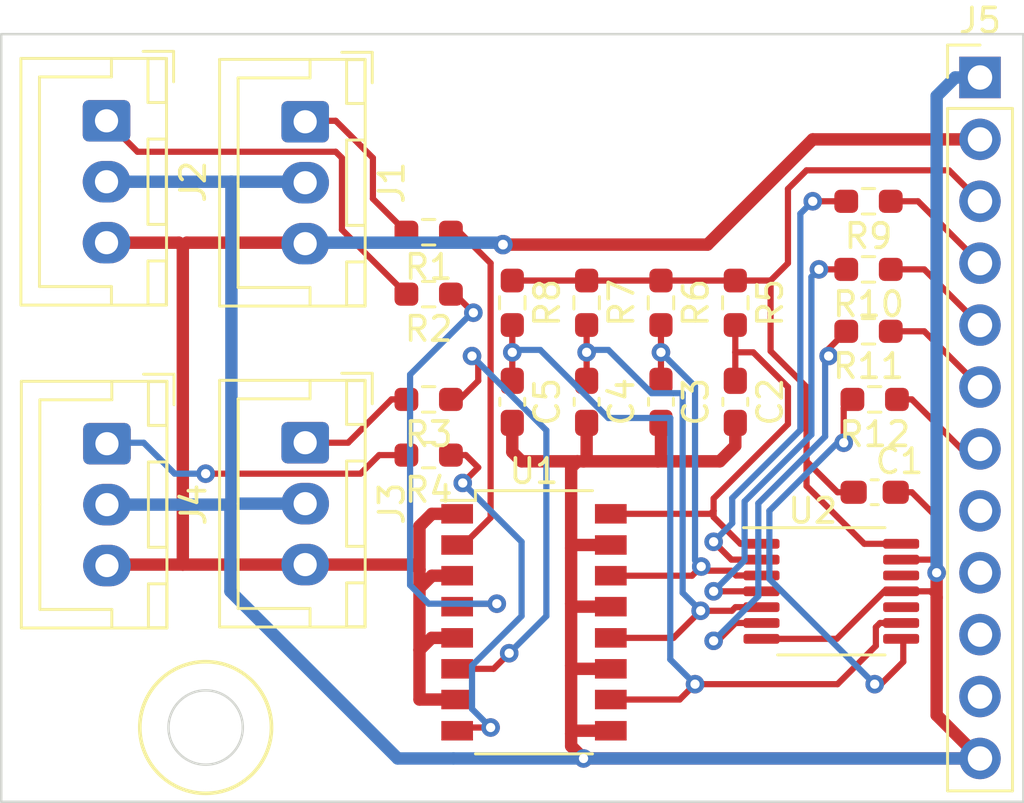
<source format=kicad_pcb>
(kicad_pcb (version 20211014) (generator pcbnew)
  (layers (0 "F.Cu" signal) (31 "B.Cu" signal) (34 "B.Paste" user) (35 "F.Paste" user) (36 "B.SilkS" user "B.Silkscreen") (37 "F.SilkS" user "F.Silkscreen") (38 "B.Mask" user) (39 "F.Mask" user) (44 "Edge.Cuts" user))
  (net 0 "")
  (net 1 "+3V3")
  (net 2 "GND")
  (net 3 "Net-(C2-Pad1)")
  (net 4 "Net-(C3-Pad1)")
  (net 5 "Net-(C4-Pad1)")
  (net 6 "Net-(C5-Pad1)")
  (net 7 "Net-(J1-Pad1)")
  (net 8 "+15V")
  (net 9 "Net-(J2-Pad1)")
  (net 10 "Net-(J3-Pad1)")
  (net 11 "Net-(J4-Pad1)")
  (net 12 "Net-(J5-Pad4)")
  (net 13 "Net-(J5-Pad5)")
  (net 14 "Net-(J5-Pad6)")
  (net 15 "Net-(J5-Pad7)")
  (net 20 "Net-(R1-Pad1)")
  (net 21 "Net-(R2-Pad1)")
  (net 22 "Net-(R3-Pad1)")
  (net 23 "Net-(R4-Pad1)")
  (net 24 "Net-(R9-Pad2)")
  (net 25 "Net-(R10-Pad2)")
  (net 26 "Net-(R11-Pad2)")
  (net 27 "Net-(R12-Pad2)")
  (footprint "Resistor_SMD:R_0603_1608Metric_Pad0.98x0.95mm_HandSolder" (layer "F.Cu") (at 181.102 76.708 180)
    (fp_text reference "R12" (at 0 -1.43) (layer "F.SilkS"))
    (fp_text value "1k" hide)
    (fp_line (start -0.254724 -0.5225) (end 0.254724 -0.5225) (layer "F.SilkS") (width 0.12))
    (fp_line (start -0.254724 0.5225) (end 0.254724 0.5225) (layer "F.SilkS") (width 0.12))
    (pad "1" smd roundrect locked (at -0.9125 0 180) (size 0.975 0.95) (layers "F.Cu" "F.Paste" "F.Mask") (net 15 "Net-(J5-Pad7)"))
    (pad "2" smd roundrect locked (at 0.9125 0 180) (size 0.975 0.95) (layers "F.Cu" "F.Paste" "F.Mask") (net 27 "Net-(R12-Pad2)"))
  )
  (footprint "Package_SO:SOP-16_4.4x10.4mm_P1.27mm" (layer "F.Cu") (at 167.132 85.852)
    (fp_text reference "U1" (at 0 -6.2) (layer "F.SilkS"))
    (fp_text value "LTV-847S")
    (fp_line (start -2.4 -5) (end -3.8 -5) (layer "F.SilkS") (width 0.12))
    (fp_line (start -2.4 -5.4) (end 2.4 -5.4) (layer "F.SilkS") (width 0.12))
    (fp_line (start -2.4 -5.4) (end -2.4 -5) (layer "F.SilkS") (width 0.12))
    (fp_line (start -2.4 5.4) (end 2.4 5.4) (layer "F.SilkS") (width 0.12))
    (pad "1" smd rect locked (at -3.15 -4.45) (size 1.3 0.8) (layers "F.Cu" "F.Paste" "F.Mask") (net 8 "+15V"))
    (pad "2" smd rect locked (at -3.15 -3.17) (size 1.3 0.8) (layers "F.Cu" "F.Paste" "F.Mask") (net 20 "Net-(R1-Pad1)"))
    (pad "3" smd rect locked (at -3.15 -1.91) (size 1.3 0.8) (layers "F.Cu" "F.Paste" "F.Mask") (net 8 "+15V"))
    (pad "4" smd rect locked (at -3.15 -0.64) (size 1.3 0.8) (layers "F.Cu" "F.Paste" "F.Mask") (net 21 "Net-(R2-Pad1)"))
    (pad "5" smd rect locked (at -3.15 0.64) (size 1.3 0.8) (layers "F.Cu" "F.Paste" "F.Mask") (net 8 "+15V"))
    (pad "6" smd rect locked (at -3.15 1.91) (size 1.3 0.8) (layers "F.Cu" "F.Paste" "F.Mask") (net 22 "Net-(R3-Pad1)"))
    (pad "7" smd rect locked (at -3.15 3.17) (size 1.3 0.8) (layers "F.Cu" "F.Paste" "F.Mask") (net 8 "+15V"))
    (pad "8" smd rect locked (at -3.15 4.45) (size 1.3 0.8) (layers "F.Cu" "F.Paste" "F.Mask") (net 23 "Net-(R4-Pad1)"))
    (pad "9" smd rect locked (at 3.15 4.45) (size 1.3 0.8) (layers "F.Cu" "F.Paste" "F.Mask") (net 2 "GND"))
    (pad "10" smd rect locked (at 3.15 3.17) (size 1.3 0.8) (layers "F.Cu" "F.Paste" "F.Mask") (net 6 "Net-(C5-Pad1)"))
    (pad "11" smd rect locked (at 3.15 1.91) (size 1.3 0.8) (layers "F.Cu" "F.Paste" "F.Mask") (net 2 "GND"))
    (pad "12" smd rect locked (at 3.15 0.64) (size 1.3 0.8) (layers "F.Cu" "F.Paste" "F.Mask") (net 5 "Net-(C4-Pad1)"))
    (pad "13" smd rect locked (at 3.15 -0.64) (size 1.3 0.8) (layers "F.Cu" "F.Paste" "F.Mask") (net 2 "GND"))
    (pad "14" smd rect locked (at 3.15 -1.91) (size 1.3 0.8) (layers "F.Cu" "F.Paste" "F.Mask") (net 4 "Net-(C3-Pad1)"))
    (pad "15" smd rect locked (at 3.15 -3.17) (size 1.3 0.8) (layers "F.Cu" "F.Paste" "F.Mask") (net 2 "GND"))
    (pad "16" smd rect locked (at 3.15 -4.45) (size 1.3 0.8) (layers "F.Cu" "F.Paste" "F.Mask") (net 3 "Net-(C2-Pad1)"))
  )
  (footprint "Resistor_SMD:R_0603_1608Metric_Pad0.98x0.95mm_HandSolder" (layer "F.Cu") (at 180.848 68.58 180)
    (fp_text reference "R9" (at 0 -1.43) (layer "F.SilkS"))
    (fp_text value "1k" hide)
    (fp_line (start -0.254724 0.5225) (end 0.254724 0.5225) (layer "F.SilkS") (width 0.12))
    (fp_line (start -0.254724 -0.5225) (end 0.254724 -0.5225) (layer "F.SilkS") (width 0.12))
    (pad "1" smd roundrect locked (at -0.9125 0 180) (size 0.975 0.95) (layers "F.Cu" "F.Paste" "F.Mask") (net 12 "Net-(J5-Pad4)"))
    (pad "2" smd roundrect locked (at 0.9125 0 180) (size 0.975 0.95) (layers "F.Cu" "F.Paste" "F.Mask") (net 24 "Net-(R9-Pad2)"))
  )
  (footprint "Resistor_SMD:R_0603_1608Metric_Pad0.98x0.95mm_HandSolder" (layer "F.Cu") (at 162.814 76.708 180)
    (fp_text reference "R3" (at 0 -1.43) (layer "F.SilkS"))
    (fp_text value "1k" hide)
    (fp_line (start -0.254724 -0.5225) (end 0.254724 -0.5225) (layer "F.SilkS") (width 0.12))
    (fp_line (start -0.254724 0.5225) (end 0.254724 0.5225) (layer "F.SilkS") (width 0.12))
    (pad "1" smd roundrect locked (at -0.9125 0 180) (size 0.975 0.95) (layers "F.Cu" "F.Paste" "F.Mask") (net 22 "Net-(R3-Pad1)"))
    (pad "2" smd roundrect locked (at 0.9125 0 180) (size 0.975 0.95) (layers "F.Cu" "F.Paste" "F.Mask") (net 10 "Net-(J3-Pad1)"))
  )
  (footprint "Connector_JST:JST_XH_B3B-XH-A_1x03_P2.50mm_Vertical" (layer "F.Cu") (at 149.606 65.278 -90)
    (fp_text reference "J2" (at 2.5 -3.55 -90) (layer "F.SilkS"))
    (fp_text value "2" hide)
    (fp_line (start 6.8 -0.2) (end 6.8 2.75) (layer "F.SilkS") (width 0.12))
    (fp_line (start 7.55 -1.7) (end 7.55 -2.45) (layer "F.SilkS") (width 0.12))
    (fp_line (start 0.75 -1.7) (end 4.25 -1.7) (layer "F.SilkS") (width 0.12))
    (fp_line (start -1.6 -2.75) (end -2.85 -2.75) (layer "F.SilkS") (width 0.12))
    (fp_line (start -0.75 -1.7) (end -0.75 -2.45) (layer "F.SilkS") (width 0.12))
    (fp_line (start 7.56 -2.46) (end -2.56 -2.46) (layer "F.SilkS") (width 0.12))
    (fp_line (start 4.25 -1.7) (end 4.25 -2.45) (layer "F.SilkS") (width 0.12))
    (fp_line (start -1.8 2.75) (end 2.5 2.75) (layer "F.SilkS") (width 0.12))
    (fp_line (start -2.56 3.51) (end 7.56 3.51) (layer "F.SilkS") (width 0.12))
    (fp_line (start -2.55 -1.7) (end -0.75 -1.7) (layer "F.SilkS") (width 0.12))
    (fp_line (start 4.25 -2.45) (end 0.75 -2.45) (layer "F.SilkS") (width 0.12))
    (fp_line (start -2.55 -2.45) (end -2.55 -1.7) (layer "F.SilkS") (width 0.12))
    (fp_line (start 5.75 -2.45) (end 5.75 -1.7) (layer "F.SilkS") (width 0.12))
    (fp_line (start -2.55 -0.2) (end -1.8 -0.2) (layer "F.SilkS") (width 0.12))
    (fp_line (start 6.8 2.75) (end 2.5 2.75) (layer "F.SilkS") (width 0.12))
    (fp_line (start 7.55 -2.45) (end 5.75 -2.45) (layer "F.SilkS") (width 0.12))
    (fp_line (start -1.8 -0.2) (end -1.8 2.75) (layer "F.SilkS") (width 0.12))
    (fp_line (start -2.85 -2.75) (end -2.85 -1.5) (layer "F.SilkS") (width 0.12))
    (fp_line (start 5.75 -1.7) (end 7.55 -1.7) (layer "F.SilkS") (width 0.12))
    (fp_line (start -0.75 -2.45) (end -2.55 -2.45) (layer "F.SilkS") (width 0.12))
    (fp_line (start 7.56 3.51) (end 7.56 -2.46) (layer "F.SilkS") (width 0.12))
    (fp_line (start 7.55 -0.2) (end 6.8 -0.2) (layer "F.SilkS") (width 0.12))
    (fp_line (start 0.75 -2.45) (end 0.75 -1.7) (layer "F.SilkS") (width 0.12))
    (fp_line (start -2.56 -2.46) (end -2.56 3.51) (layer "F.SilkS") (width 0.12))
    (pad "1" thru_hole roundrect locked (at 0 0 270) (size 1.7 1.95) (drill 0.95) (layers *.Cu *.Mask) (roundrect_rratio 0.147059) (net 9 "Net-(J2-Pad1)"))
    (pad "2" thru_hole oval locked (at 2.5 0 270) (size 1.7 1.95) (drill 0.95) (layers *.Cu *.Mask) (net 2 "GND"))
    (pad "3" thru_hole oval locked (at 5 0 270) (size 1.7 1.95) (drill 0.95) (layers *.Cu *.Mask) (net 8 "+15V"))
  )
  (footprint "Resistor_SMD:R_0603_1608Metric_Pad0.98x0.95mm_HandSolder" (layer "F.Cu") (at 162.814 78.994 180)
    (fp_text reference "R4" (at 0 -1.43) (layer "F.SilkS"))
    (fp_text value "1k" hide)
    (fp_line (start -0.254724 0.5225) (end 0.254724 0.5225) (layer "F.SilkS") (width 0.12))
    (fp_line (start -0.254724 -0.5225) (end 0.254724 -0.5225) (layer "F.SilkS") (width 0.12))
    (pad "1" smd roundrect locked (at -0.9125 0 180) (size 0.975 0.95) (layers "F.Cu" "F.Paste" "F.Mask") (net 23 "Net-(R4-Pad1)"))
    (pad "2" smd roundrect locked (at 0.9125 0 180) (size 0.975 0.95) (layers "F.Cu" "F.Paste" "F.Mask") (net 11 "Net-(J4-Pad1)"))
  )
  (footprint "Resistor_SMD:R_0603_1608Metric_Pad0.98x0.95mm_HandSolder" (layer "F.Cu") (at 180.848 71.374 180)
    (fp_text reference "R10" (at 0 -1.43) (layer "F.SilkS"))
    (fp_text value "1k" hide)
    (fp_line (start -0.254724 -0.5225) (end 0.254724 -0.5225) (layer "F.SilkS") (width 0.12))
    (fp_line (start -0.254724 0.5225) (end 0.254724 0.5225) (layer "F.SilkS") (width 0.12))
    (pad "1" smd roundrect locked (at -0.9125 0 180) (size 0.975 0.95) (layers "F.Cu" "F.Paste" "F.Mask") (net 13 "Net-(J5-Pad5)"))
    (pad "2" smd roundrect locked (at 0.9125 0 180) (size 0.975 0.95) (layers "F.Cu" "F.Paste" "F.Mask") (net 25 "Net-(R10-Pad2)"))
  )
  (footprint "Package_SO:TSSOP-14_4.4x5mm_P0.65mm" (layer "F.Cu") (at 179.324 84.582)
    (fp_text reference "U2" (at -0.762 -3.302) (layer "F.SilkS"))
    (fp_text value "74HC7014")
    (fp_line (start 0 -2.61) (end 2.2 -2.61) (layer "F.SilkS") (width 0.12))
    (fp_line (start 0 -2.61) (end -3.6 -2.61) (layer "F.SilkS") (width 0.12))
    (fp_line (start 0 2.61) (end 2.2 2.61) (layer "F.SilkS") (width 0.12))
    (fp_line (start 0 2.61) (end -2.2 2.61) (layer "F.SilkS") (width 0.12))
    (pad "1" smd roundrect locked (at -2.8625 -1.95) (size 1.475 0.4) (layers "F.Cu" "F.Paste" "F.Mask") (net 3 "Net-(C2-Pad1)"))
    (pad "2" smd roundrect locked (at -2.8625 -1.3) (size 1.475 0.4) (layers "F.Cu" "F.Paste" "F.Mask") (net 24 "Net-(R9-Pad2)"))
    (pad "3" smd roundrect locked (at -2.8625 -0.65) (size 1.475 0.4) (layers "F.Cu" "F.Paste" "F.Mask") (net 4 "Net-(C3-Pad1)"))
    (pad "4" smd roundrect locked (at -2.8625 0) (size 1.475 0.4) (layers "F.Cu" "F.Paste" "F.Mask") (net 25 "Net-(R10-Pad2)"))
    (pad "5" smd roundrect locked (at -2.8625 0.65) (size 1.475 0.4) (layers "F.Cu" "F.Paste" "F.Mask") (net 5 "Net-(C4-Pad1)"))
    (pad "6" smd roundrect locked (at -2.8625 1.3) (size 1.475 0.4) (layers "F.Cu" "F.Paste" "F.Mask") (net 26 "Net-(R11-Pad2)"))
    (pad "7" smd roundrect locked (at -2.8625 1.95) (size 1.475 0.4) (layers "F.Cu" "F.Paste" "F.Mask") (net 2 "GND"))
    (pad "8" smd roundrect locked (at 2.8625 1.95) (size 1.475 0.4) (layers "F.Cu" "F.Paste" "F.Mask") (net 27 "Net-(R12-Pad2)"))
    (pad "9" smd roundrect locked (at 2.8625 1.3) (size 1.475 0.4) (layers "F.Cu" "F.Paste" "F.Mask") (net 6 "Net-(C5-Pad1)"))
    (pad "10" smd roundrect locked (at 2.8625 0.65) (size 1.475 0.4) (layers "F.Cu" "F.Paste" "F.Mask"))
    (pad "11" smd roundrect locked (at 2.8625 0) (size 1.475 0.4) (layers "F.Cu" "F.Paste" "F.Mask") (net 2 "GND"))
    (pad "12" smd roundrect locked (at 2.8625 -0.65) (size 1.475 0.4) (layers "F.Cu" "F.Paste" "F.Mask"))
    (pad "13" smd roundrect locked (at 2.8625 -1.3) (size 1.475 0.4) (layers "F.Cu" "F.Paste" "F.Mask") (net 2 "GND"))
    (pad "14" smd roundrect locked (at 2.8625 -1.95) (size 1.475 0.4) (layers "F.Cu" "F.Paste" "F.Mask") (net 1 "+3V3"))
  )
  (footprint "Resistor_SMD:R_0603_1608Metric_Pad0.98x0.95mm_HandSolder" (layer "F.Cu") (at 175.387 72.7445 -90)
    (fp_text reference "R5" (at 0 -1.43 90) (layer "F.SilkS"))
    (fp_text value "10k" hide)
    (fp_line (start -0.254724 -0.5225) (end 0.254724 -0.5225) (layer "F.SilkS") (width 0.12))
    (fp_line (start -0.254724 0.5225) (end 0.254724 0.5225) (layer "F.SilkS") (width 0.12))
    (pad "1" smd roundrect locked (at -0.9125 0 270) (size 0.975 0.95) (layers "F.Cu" "F.Paste" "F.Mask") (net 1 "+3V3"))
    (pad "2" smd roundrect locked (at 0.9125 0 270) (size 0.975 0.95) (layers "F.Cu" "F.Paste" "F.Mask") (net 3 "Net-(C2-Pad1)"))
  )
  (footprint "Resistor_SMD:R_0603_1608Metric_Pad0.98x0.95mm_HandSolder" (layer "F.Cu") (at 180.848 73.914 180)
    (fp_text reference "R11" (at 0 -1.43) (layer "F.SilkS"))
    (fp_text value "1k" hide)
    (fp_line (start -0.254724 0.5225) (end 0.254724 0.5225) (layer "F.SilkS") (width 0.12))
    (fp_line (start -0.254724 -0.5225) (end 0.254724 -0.5225) (layer "F.SilkS") (width 0.12))
    (pad "1" smd roundrect locked (at -0.9125 0 180) (size 0.975 0.95) (layers "F.Cu" "F.Paste" "F.Mask") (net 14 "Net-(J5-Pad6)"))
    (pad "2" smd roundrect locked (at 0.9125 0 180) (size 0.975 0.95) (layers "F.Cu" "F.Paste" "F.Mask") (net 26 "Net-(R11-Pad2)"))
  )
  (footprint "Connector_PinHeader_2.54mm:PinHeader_1x12_P2.54mm_Vertical" (layer "F.Cu") (at 185.42 63.5)
    (fp_text reference "J5" (at 0 -2.33) (layer "F.SilkS"))
    (fp_text value "Conn_01x12_Male" hide)
    (fp_line (start -1.33 0) (end -1.33 -1.33) (layer "F.SilkS") (width 0.12))
    (fp_line (start -1.33 1.27) (end 1.33 1.27) (layer "F.SilkS") (width 0.12))
    (fp_line (start -1.33 1.27) (end -1.33 29.27) (layer "F.SilkS") (width 0.12))
    (fp_line (start 1.33 1.27) (end 1.33 29.27) (layer "F.SilkS") (width 0.12))
    (fp_line (start -1.33 -1.33) (end 0 -1.33) (layer "F.SilkS") (width 0.12))
    (fp_line (start -1.33 29.27) (end 1.33 29.27) (layer "F.SilkS") (width 0.12))
    (pad "1" thru_hole rect locked (at 0 0) (size 1.7 1.7) (drill 1) (layers *.Cu *.Mask) (net 2 "GND"))
    (pad "2" thru_hole oval locked (at 0 2.54) (size 1.7 1.7) (drill 1) (layers *.Cu *.Mask) (net 8 "+15V"))
    (pad "3" thru_hole oval locked (at 0 5.08) (size 1.7 1.7) (drill 1) (layers *.Cu *.Mask) (net 1 "+3V3"))
    (pad "4" thru_hole oval locked (at 0 7.62) (size 1.7 1.7) (drill 1) (layers *.Cu *.Mask) (net 12 "Net-(J5-Pad4)"))
    (pad "5" thru_hole oval locked (at 0 10.16) (size 1.7 1.7) (drill 1) (layers *.Cu *.Mask) (net 13 "Net-(J5-Pad5)"))
    (pad "6" thru_hole oval locked (at 0 12.7) (size 1.7 1.7) (drill 1) (layers *.Cu *.Mask) (net 14 "Net-(J5-Pad6)"))
    (pad "7" thru_hole oval locked (at 0 15.24) (size 1.7 1.7) (drill 1) (layers *.Cu *.Mask) (net 15 "Net-(J5-Pad7)"))
    (pad "8" thru_hole oval locked (at 0 17.78) (size 1.7 1.7) (drill 1) (layers *.Cu *.Mask))
    (pad "9" thru_hole oval locked (at 0 20.32) (size 1.7 1.7) (drill 1) (layers *.Cu *.Mask))
    (pad "10" thru_hole oval locked (at 0 22.86) (size 1.7 1.7) (drill 1) (layers *.Cu *.Mask))
    (pad "11" thru_hole oval locked (at 0 25.4) (size 1.7 1.7) (drill 1) (layers *.Cu *.Mask))
    (pad "12" thru_hole oval locked (at 0 27.94) (size 1.7 1.7) (drill 1) (layers *.Cu *.Mask) (net 2 "GND"))
  )
  (footprint "Connector_JST:JST_XH_B3B-XH-A_1x03_P2.50mm_Vertical" (layer "F.Cu") (at 157.751 78.486 -90)
    (fp_text reference "J3" (at 2.5 -3.55 -90) (layer "F.SilkS"))
    (fp_text value "3" hide)
    (fp_line (start -0.75 -2.45) (end -2.55 -2.45) (layer "F.SilkS") (width 0.12))
    (fp_line (start 5.75 -1.7) (end 7.55 -1.7) (layer "F.SilkS") (width 0.12))
    (fp_line (start -1.8 2.75) (end 2.5 2.75) (layer "F.SilkS") (width 0.12))
    (fp_line (start 0.75 -1.7) (end 4.25 -1.7) (layer "F.SilkS") (width 0.12))
    (fp_line (start -2.56 -2.46) (end -2.56 3.51) (layer "F.SilkS") (width 0.12))
    (fp_line (start -1.8 -0.2) (end -1.8 2.75) (layer "F.SilkS") (width 0.12))
    (fp_line (start 7.55 -1.7) (end 7.55 -2.45) (layer "F.SilkS") (width 0.12))
    (fp_line (start 7.56 3.51) (end 7.56 -2.46) (layer "F.SilkS") (width 0.12))
    (fp_line (start 6.8 2.75) (end 2.5 2.75) (layer "F.SilkS") (width 0.12))
    (fp_line (start 7.56 -2.46) (end -2.56 -2.46) (layer "F.SilkS") (width 0.12))
    (fp_line (start 7.55 -0.2) (end 6.8 -0.2) (layer "F.SilkS") (width 0.12))
    (fp_line (start -0.75 -1.7) (end -0.75 -2.45) (layer "F.SilkS") (width 0.12))
    (fp_line (start -2.85 -2.75) (end -2.85 -1.5) (layer "F.SilkS") (width 0.12))
    (fp_line (start -2.55 -0.2) (end -1.8 -0.2) (layer "F.SilkS") (width 0.12))
    (fp_line (start -2.55 -1.7) (end -0.75 -1.7) (layer "F.SilkS") (width 0.12))
    (fp_line (start -2.56 3.51) (end 7.56 3.51) (layer "F.SilkS") (width 0.12))
    (fp_line (start 4.25 -1.7) (end 4.25 -2.45) (layer "F.SilkS") (width 0.12))
    (fp_line (start 0.75 -2.45) (end 0.75 -1.7) (layer "F.SilkS") (width 0.12))
    (fp_line (start 4.25 -2.45) (end 0.75 -2.45) (layer "F.SilkS") (width 0.12))
    (fp_line (start 6.8 -0.2) (end 6.8 2.75) (layer "F.SilkS") (width 0.12))
    (fp_line (start -1.6 -2.75) (end -2.85 -2.75) (layer "F.SilkS") (width 0.12))
    (fp_line (start -2.55 -2.45) (end -2.55 -1.7) (layer "F.SilkS") (width 0.12))
    (fp_line (start 5.75 -2.45) (end 5.75 -1.7) (layer "F.SilkS") (width 0.12))
    (fp_line (start 7.55 -2.45) (end 5.75 -2.45) (layer "F.SilkS") (width 0.12))
    (pad "1" thru_hole roundrect locked (at 0 0 270) (size 1.7 1.95) (drill 0.95) (layers *.Cu *.Mask) (roundrect_rratio 0.147059) (net 10 "Net-(J3-Pad1)"))
    (pad "2" thru_hole oval locked (at 2.5 0 270) (size 1.7 1.95) (drill 0.95) (layers *.Cu *.Mask) (net 2 "GND"))
    (pad "3" thru_hole oval locked (at 5 0 270) (size 1.7 1.95) (drill 0.95) (layers *.Cu *.Mask) (net 8 "+15V"))
  )
  (footprint "Capacitor_SMD:C_0603_1608Metric_Pad1.08x0.95mm_HandSolder" (layer "F.Cu") (at 166.243 76.8085 -90)
    (fp_text reference "C5" (at 0 -1.43 90) (layer "F.SilkS"))
    (fp_text value "100nf" hide)
    (fp_line (start -0.146267 -0.51) (end 0.146267 -0.51) (layer "F.SilkS") (width 0.12))
    (fp_line (start -0.146267 0.51) (end 0.146267 0.51) (layer "F.SilkS") (width 0.12))
    (pad "1" smd roundrect locked (at -0.8625 0 270) (size 1.075 0.95) (layers "F.Cu" "F.Paste" "F.Mask") (net 6 "Net-(C5-Pad1)"))
    (pad "2" smd roundrect locked (at 0.8625 0 270) (size 1.075 0.95) (layers "F.Cu" "F.Paste" "F.Mask") (net 2 "GND"))
  )
  (footprint "Connector_JST:JST_XH_B3B-XH-A_1x03_P2.50mm_Vertical" (layer "F.Cu") (at 157.751 65.318 -90)
    (fp_text reference "J1" (at 2.5 -3.55 -90) (layer "F.SilkS"))
    (fp_text value "1" hide)
    (fp_line (start 7.55 -2.45) (end 5.75 -2.45) (layer "F.SilkS") (width 0.12))
    (fp_line (start 7.55 -0.2) (end 6.8 -0.2) (layer "F.SilkS") (width 0.12))
    (fp_line (start -2.85 -2.75) (end -2.85 -1.5) (layer "F.SilkS") (width 0.12))
    (fp_line (start -1.6 -2.75) (end -2.85 -2.75) (layer "F.SilkS") (width 0.12))
    (fp_line (start -0.75 -1.7) (end -0.75 -2.45) (layer "F.SilkS") (width 0.12))
    (fp_line (start -2.56 3.51) (end 7.56 3.51) (layer "F.SilkS") (width 0.12))
    (fp_line (start 4.25 -1.7) (end 4.25 -2.45) (layer "F.SilkS") (width 0.12))
    (fp_line (start -1.8 -0.2) (end -1.8 2.75) (layer "F.SilkS") (width 0.12))
    (fp_line (start -1.8 2.75) (end 2.5 2.75) (layer "F.SilkS") (width 0.12))
    (fp_line (start -2.55 -2.45) (end -2.55 -1.7) (layer "F.SilkS") (width 0.12))
    (fp_line (start 5.75 -2.45) (end 5.75 -1.7) (layer "F.SilkS") (width 0.12))
    (fp_line (start -2.55 -1.7) (end -0.75 -1.7) (layer "F.SilkS") (width 0.12))
    (fp_line (start 6.8 -0.2) (end 6.8 2.75) (layer "F.SilkS") (width 0.12))
    (fp_line (start 5.75 -1.7) (end 7.55 -1.7) (layer "F.SilkS") (width 0.12))
    (fp_line (start 7.56 -2.46) (end -2.56 -2.46) (layer "F.SilkS") (width 0.12))
    (fp_line (start 4.25 -2.45) (end 0.75 -2.45) (layer "F.SilkS") (width 0.12))
    (fp_line (start -2.55 -0.2) (end -1.8 -0.2) (layer "F.SilkS") (width 0.12))
    (fp_line (start 6.8 2.75) (end 2.5 2.75) (layer "F.SilkS") (width 0.12))
    (fp_line (start 7.55 -1.7) (end 7.55 -2.45) (layer "F.SilkS") (width 0.12))
    (fp_line (start 7.56 3.51) (end 7.56 -2.46) (layer "F.SilkS") (width 0.12))
    (fp_line (start -2.56 -2.46) (end -2.56 3.51) (layer "F.SilkS") (width 0.12))
    (fp_line (start 0.75 -1.7) (end 4.25 -1.7) (layer "F.SilkS") (width 0.12))
    (fp_line (start 0.75 -2.45) (end 0.75 -1.7) (layer "F.SilkS") (width 0.12))
    (fp_line (start -0.75 -2.45) (end -2.55 -2.45) (layer "F.SilkS") (width 0.12))
    (pad "1" thru_hole roundrect locked (at 0 0 270) (size 1.7 1.95) (drill 0.95) (layers *.Cu *.Mask) (roundrect_rratio 0.147059) (net 7 "Net-(J1-Pad1)"))
    (pad "2" thru_hole oval locked (at 2.5 0 270) (size 1.7 1.95) (drill 0.95) (layers *.Cu *.Mask) (net 2 "GND"))
    (pad "3" thru_hole oval locked (at 5 0 270) (size 1.7 1.95) (drill 0.95) (layers *.Cu *.Mask) (net 8 "+15V"))
  )
  (footprint "Resistor_SMD:R_0603_1608Metric_Pad0.98x0.95mm_HandSolder" (layer "F.Cu") (at 162.814 69.85 180)
    (fp_text reference "R1" (at 0 -1.43) (layer "F.SilkS"))
    (fp_text value "1k" hide)
    (fp_line (start -0.254724 -0.5225) (end 0.254724 -0.5225) (layer "F.SilkS") (width 0.12))
    (fp_line (start -0.254724 0.5225) (end 0.254724 0.5225) (layer "F.SilkS") (width 0.12))
    (pad "1" smd roundrect locked (at -0.9125 0 180) (size 0.975 0.95) (layers "F.Cu" "F.Paste" "F.Mask") (net 20 "Net-(R1-Pad1)"))
    (pad "2" smd roundrect locked (at 0.9125 0 180) (size 0.975 0.95) (layers "F.Cu" "F.Paste" "F.Mask") (net 7 "Net-(J1-Pad1)"))
  )
  (footprint "Capacitor_SMD:C_0603_1608Metric_Pad1.08x0.95mm_HandSolder" (layer "F.Cu") (at 172.339 76.8085 -90)
    (fp_text reference "C3" (at 0 -1.43 90) (layer "F.SilkS"))
    (fp_text value "100nf" hide)
    (fp_line (start -0.146267 -0.51) (end 0.146267 -0.51) (layer "F.SilkS") (width 0.12))
    (fp_line (start -0.146267 0.51) (end 0.146267 0.51) (layer "F.SilkS") (width 0.12))
    (pad "1" smd roundrect locked (at -0.8625 0 270) (size 1.075 0.95) (layers "F.Cu" "F.Paste" "F.Mask") (net 4 "Net-(C3-Pad1)"))
    (pad "2" smd roundrect locked (at 0.8625 0 270) (size 1.075 0.95) (layers "F.Cu" "F.Paste" "F.Mask") (net 2 "GND"))
  )
  (footprint "Capacitor_SMD:C_0603_1608Metric_Pad1.08x0.95mm_HandSolder" (layer "F.Cu") (at 175.387 76.8085 -90)
    (fp_text reference "C2" (at 0 -1.43 90) (layer "F.SilkS"))
    (fp_text value "100nf" hide)
    (fp_line (start -0.146267 0.51) (end 0.146267 0.51) (layer "F.SilkS") (width 0.12))
    (fp_line (start -0.146267 -0.51) (end 0.146267 -0.51) (layer "F.SilkS") (width 0.12))
    (pad "1" smd roundrect locked (at -0.8625 0 270) (size 1.075 0.95) (layers "F.Cu" "F.Paste" "F.Mask") (net 3 "Net-(C2-Pad1)"))
    (pad "2" smd roundrect locked (at 0.8625 0 270) (size 1.075 0.95) (layers "F.Cu" "F.Paste" "F.Mask") (net 2 "GND"))
  )
  (footprint "Capacitor_SMD:C_0603_1608Metric_Pad1.08x0.95mm_HandSolder" (layer "F.Cu") (at 181.102 80.518)
    (fp_text reference "C1" (at 1.016 -1.27) (layer "F.SilkS"))
    (fp_text value "100nf" hide)
    (fp_line (start -0.146267 -0.51) (end 0.146267 -0.51) (layer "F.SilkS") (width 0.12))
    (fp_line (start -0.146267 0.51) (end 0.146267 0.51) (layer "F.SilkS") (width 0.12))
    (pad "1" smd roundrect locked (at -0.8625 0) (size 1.075 0.95) (layers "F.Cu" "F.Paste" "F.Mask") (net 1 "+3V3"))
    (pad "2" smd roundrect locked (at 0.8625 0) (size 1.075 0.95) (layers "F.Cu" "F.Paste" "F.Mask") (net 2 "GND"))
  )
  (footprint "Connector_JST:JST_XH_B3B-XH-A_1x03_P2.50mm_Vertical" (layer "F.Cu") (at 149.623 78.526 -90)
    (fp_text reference "J4" (at 2.5 -3.55 90) (layer "F.SilkS"))
    (fp_text value "4" hide)
    (fp_line (start -2.55 -1.7) (end -0.75 -1.7) (layer "F.SilkS") (width 0.12))
    (fp_line (start 0.75 -1.7) (end 4.25 -1.7) (layer "F.SilkS") (width 0.12))
    (fp_line (start 5.75 -2.45) (end 5.75 -1.7) (layer "F.SilkS") (width 0.12))
    (fp_line (start -0.75 -1.7) (end -0.75 -2.45) (layer "F.SilkS") (width 0.12))
    (fp_line (start -1.8 2.75) (end 2.5 2.75) (layer "F.SilkS") (width 0.12))
    (fp_line (start -2.56 -2.46) (end -2.56 3.51) (layer "F.SilkS") (width 0.12))
    (fp_line (start -2.85 -2.75) (end -2.85 -1.5) (layer "F.SilkS") (width 0.12))
    (fp_line (start 7.56 3.51) (end 7.56 -2.46) (layer "F.SilkS") (width 0.12))
    (fp_line (start -0.75 -2.45) (end -2.55 -2.45) (layer "F.SilkS") (width 0.12))
    (fp_line (start -2.55 -0.2) (end -1.8 -0.2) (layer "F.SilkS") (width 0.12))
    (fp_line (start -2.55 -2.45) (end -2.55 -1.7) (layer "F.SilkS") (width 0.12))
    (fp_line (start 7.55 -2.45) (end 5.75 -2.45) (layer "F.SilkS") (width 0.12))
    (fp_line (start 7.55 -0.2) (end 6.8 -0.2) (layer "F.SilkS") (width 0.12))
    (fp_line (start 0.75 -2.45) (end 0.75 -1.7) (layer "F.SilkS") (width 0.12))
    (fp_line (start 7.55 -1.7) (end 7.55 -2.45) (layer "F.SilkS") (width 0.12))
    (fp_line (start 6.8 2.75) (end 2.5 2.75) (layer "F.SilkS") (width 0.12))
    (fp_line (start -1.8 -0.2) (end -1.8 2.75) (layer "F.SilkS") (width 0.12))
    (fp_line (start 7.56 -2.46) (end -2.56 -2.46) (layer "F.SilkS") (width 0.12))
    (fp_line (start -2.56 3.51) (end 7.56 3.51) (layer "F.SilkS") (width 0.12))
    (fp_line (start 4.25 -2.45) (end 0.75 -2.45) (layer "F.SilkS") (width 0.12))
    (fp_line (start 4.25 -1.7) (end 4.25 -2.45) (layer "F.SilkS") (width 0.12))
    (fp_line (start 5.75 -1.7) (end 7.55 -1.7) (layer "F.SilkS") (width 0.12))
    (fp_line (start -1.6 -2.75) (end -2.85 -2.75) (layer "F.SilkS") (width 0.12))
    (fp_line (start 6.8 -0.2) (end 6.8 2.75) (layer "F.SilkS") (width 0.12))
    (pad "1" thru_hole roundrect locked (at 0 0 270) (size 1.7 1.95) (drill 0.95) (layers *.Cu *.Mask) (roundrect_rratio 0.147059) (net 11 "Net-(J4-Pad1)"))
    (pad "2" thru_hole oval locked (at 2.5 0 270) (size 1.7 1.95) (drill 0.95) (layers *.Cu *.Mask) (net 2 "GND"))
    (pad "3" thru_hole oval locked (at 5 0 270) (size 1.7 1.95) (drill 0.95) (layers *.Cu *.Mask) (net 8 "+15V"))
  )
  (footprint "Resistor_SMD:R_0603_1608Metric_Pad0.98x0.95mm_HandSolder" (layer "F.Cu") (at 172.339 72.7445 -90)
    (fp_text reference "R6" (at 0 -1.43 90) (layer "F.SilkS"))
    (fp_text value "10k" hide)
    (fp_line (start -0.254724 -0.5225) (end 0.254724 -0.5225) (layer "F.SilkS") (width 0.12))
    (fp_line (start -0.254724 0.5225) (end 0.254724 0.5225) (layer "F.SilkS") (width 0.12))
    (pad "1" smd roundrect locked (at -0.9125 0 270) (size 0.975 0.95) (layers "F.Cu" "F.Paste" "F.Mask") (net 1 "+3V3"))
    (pad "2" smd roundrect locked (at 0.9125 0 270) (size 0.975 0.95) (layers "F.Cu" "F.Paste" "F.Mask") (net 4 "Net-(C3-Pad1)"))
  )
  (footprint "Resistor_SMD:R_0603_1608Metric_Pad0.98x0.95mm_HandSolder" (layer "F.Cu") (at 166.243 72.7445 -90)
    (fp_text reference "R8" (at 0 -1.43 90) (layer "F.SilkS"))
    (fp_text value "10k" hide)
    (fp_line (start -0.254724 0.5225) (end 0.254724 0.5225) (layer "F.SilkS") (width 0.12))
    (fp_line (start -0.254724 -0.5225) (end 0.254724 -0.5225) (layer "F.SilkS") (width 0.12))
    (pad "1" smd roundrect locked (at -0.9125 0 270) (size 0.975 0.95) (layers "F.Cu" "F.Paste" "F.Mask") (net 1 "+3V3"))
    (pad "2" smd roundrect locked (at 0.9125 0 270) (size 0.975 0.95) (layers "F.Cu" "F.Paste" "F.Mask") (net 6 "Net-(C5-Pad1)"))
  )
  (footprint "Capacitor_SMD:C_0603_1608Metric_Pad1.08x0.95mm_HandSolder" (layer "F.Cu") (at 169.291 76.8085 -90)
    (fp_text reference "C4" (at 0 -1.43 90) (layer "F.SilkS"))
    (fp_text value "100nf" hide)
    (fp_line (start -0.146267 -0.51) (end 0.146267 -0.51) (layer "F.SilkS") (width 0.12))
    (fp_line (start -0.146267 0.51) (end 0.146267 0.51) (layer "F.SilkS") (width 0.12))
    (pad "1" smd roundrect locked (at -0.8625 0 270) (size 1.075 0.95) (layers "F.Cu" "F.Paste" "F.Mask") (net 5 "Net-(C4-Pad1)"))
    (pad "2" smd roundrect locked (at 0.8625 0 270) (size 1.075 0.95) (layers "F.Cu" "F.Paste" "F.Mask") (net 2 "GND"))
  )
  (footprint "Resistor_SMD:R_0603_1608Metric_Pad0.98x0.95mm_HandSolder" (layer "F.Cu") (at 162.814 72.39 180)
    (fp_text reference "R2" (at 0 -1.43) (layer "F.SilkS"))
    (fp_text value "1k" hide)
    (fp_line (start -0.254724 0.5225) (end 0.254724 0.5225) (layer "F.SilkS") (width 0.12))
    (fp_line (start -0.254724 -0.5225) (end 0.254724 -0.5225) (layer "F.SilkS") (width 0.12))
    (pad "1" smd roundrect locked (at -0.9125 0 180) (size 0.975 0.95) (layers "F.Cu" "F.Paste" "F.Mask") (net 21 "Net-(R2-Pad1)"))
    (pad "2" smd roundrect locked (at 0.9125 0 180) (size 0.975 0.95) (layers "F.Cu" "F.Paste" "F.Mask") (net 9 "Net-(J2-Pad1)"))
  )
  (footprint "Resistor_SMD:R_0603_1608Metric_Pad0.98x0.95mm_HandSolder" (layer "F.Cu") (at 169.291 72.7445 -90)
    (fp_text reference "R7" (at 0 -1.43 90) (layer "F.SilkS"))
    (fp_text value "10k" hide)
    (fp_line (start -0.254724 0.5225) (end 0.254724 0.5225) (layer "F.SilkS") (width 0.12))
    (fp_line (start -0.254724 -0.5225) (end 0.254724 -0.5225) (layer "F.SilkS") (width 0.12))
    (pad "1" smd roundrect locked (at -0.9125 0 270) (size 0.975 0.95) (layers "F.Cu" "F.Paste" "F.Mask") (net 1 "+3V3"))
    (pad "2" smd roundrect locked (at 0.9125 0 270) (size 0.975 0.95) (layers "F.Cu" "F.Paste" "F.Mask") (net 5 "Net-(C4-Pad1)"))
  )
  (gr_circle (center 153.67 90.17) (end 155.448 88.138) (layer "F.SilkS") (width 0.15) (fill none))
  (gr_rect (start 187.198 61.722) (end 145.288 93.218) (layer "Edge.Cuts") (width 0.1) (fill none))
  (gr_circle (center 153.67 90.17) (end 155.194 90.17) (layer "Edge.Cuts") (width 0.1) (fill none))
  (segment (start 177.546 68.072) (end 178.308 67.31) (width 0.254) (layer "F.Cu") (net 1))
  (segment (start 178.308 80.264) (end 180.676 82.632) (width 0.254) (layer "F.Cu") (net 1))
  (segment (start 178.308 79.248) (end 178.308 80.264) (width 0.254) (layer "F.Cu") (net 1))
  (segment (start 177.546 71.12) (end 177.546 68.072) (width 0.254) (layer "F.Cu") (net 1))
  (segment (start 178.308 67.31) (end 184.15 67.31) (width 0.254) (layer "F.Cu") (net 1))
  (segment (start 180.676 82.632) (end 182.1865 82.632) (width 0.254) (layer "F.Cu") (net 1))
  (segment (start 176.834 74.726) (end 178.308 76.2) (width 0.254) (layer "F.Cu") (net 1))
  (segment (start 175.387 71.832) (end 172.339 71.832) (width 0.254) (layer "F.Cu") (net 1))
  (segment (start 176.834 71.832) (end 176.834 74.726) (width 0.254) (layer "F.Cu") (net 1))
  (segment (start 179.578 80.518) (end 180.2395 80.518) (width 0.254) (layer "F.Cu") (net 1))
  (segment (start 178.308 76.2) (end 178.308 79.248) (width 0.254) (layer "F.Cu") (net 1))
  (segment (start 169.291 71.832) (end 172.339 71.832) (width 0.254) (layer "F.Cu") (net 1))
  (segment (start 175.387 71.832) (end 176.834 71.832) (width 0.254) (layer "F.Cu") (net 1))
  (segment (start 178.308 79.248) (end 179.578 80.518) (width 0.254) (layer "F.Cu") (net 1))
  (segment (start 166.243 71.832) (end 169.291 71.832) (width 0.254) (layer "F.Cu") (net 1))
  (segment (start 184.15 67.31) (end 185.42 68.58) (width 0.254) (layer "F.Cu") (net 1))
  (segment (start 176.834 71.832) (end 177.546 71.12) (width 0.254) (layer "F.Cu") (net 1))
  (segment (start 179.54581 86.532) (end 181.49581 84.582) (width 0.254) (layer "F.Cu") (net 2))
  (segment (start 172.339 79.121) (end 172.212 79.248) (width 0.508) (layer "F.Cu") (net 2))
  (segment (start 183.642 83.312) (end 183.642 83.566) (width 0.254) (layer "F.Cu") (net 2))
  (segment (start 169.291 79.121) (end 169.164 79.248) (width 0.508) (layer "F.Cu") (net 2))
  (segment (start 168.656 79.502) (end 168.91 79.248) (width 0.508) (layer "F.Cu") (net 2))
  (segment (start 185.42 91.44) (end 183.642 89.662) (width 0.508) (layer "F.Cu") (net 2))
  (segment (start 168.778 82.682) (end 170.282 82.682) (width 0.508) (layer "F.Cu") (net 2))
  (segment (start 176.4615 86.532) (end 176.104 86.532) (width 0.254) (layer "F.Cu") (net 2))
  (segment (start 168.656 90.424) (end 168.656 87.63) (width 0.508) (layer "F.Cu") (net 2))
  (segment (start 168.778 90.302) (end 170.282 90.302) (width 0.508) (layer "F.Cu") (net 2))
  (segment (start 169.164 91.44) (end 168.656 90.932) (width 0.508) (layer "F.Cu") (net 2))
  (segment (start 168.91 79.248) (end 169.164 79.248) (width 0.508) (layer "F.Cu") (net 2))
  (segment (start 176.4615 86.532) (end 179.54581 86.532) (width 0.254) (layer "F.Cu") (net 2))
  (segment (start 183.642 89.662) (end 183.642 84.836) (width 0.508) (layer "F.Cu") (net 2))
  (segment (start 181.49581 84.582) (end 182.1865 84.582) (width 0.254) (layer "F.Cu") (net 2))
  (segment (start 166.624 79.248) (end 168.91 79.248) (width 0.508) (layer "F.Cu") (net 2))
  (segment (start 175.387 78.613) (end 175.387 77.671) (width 0.508) (layer "F.Cu") (net 2))
  (segment (start 168.656 82.804) (end 168.656 79.502) (width 0.508) (layer "F.Cu") (net 2))
  (segment (start 174.752 79.248) (end 175.387 78.613) (width 0.508) (layer "F.Cu") (net 2))
  (segment (start 181.9645 80.518) (end 182.626 80.518) (width 0.254) (layer "F.Cu") (net 2))
  (segment (start 169.164 79.248) (end 172.212 79.248) (width 0.508) (layer "F.Cu") (net 2))
  (segment (start 166.243 77.671) (end 166.243 78.867) (width 0.508) (layer "F.Cu") (net 2))
  (segment (start 182.626 80.518) (end 183.642 81.534) (width 0.254) (layer "F.Cu") (net 2))
  (segment (start 168.656 85.09) (end 168.778 85.212) (width 0.508) (layer "F.Cu") (net 2))
  (segment (start 168.656 85.09) (end 168.656 82.804) (width 0.508) (layer "F.Cu") (net 2))
  (segment (start 166.243 78.867) (end 166.624 79.248) (width 0.508) (layer "F.Cu") (net 2))
  (segment (start 168.788 87.762) (end 170.282 87.762) (width 0.508) (layer "F.Cu") (net 2))
  (segment (start 172.212 79.248) (end 174.752 79.248) (width 0.508) (layer "F.Cu") (net 2))
  (segment (start 168.656 87.63) (end 168.788 87.762) (width 0.508) (layer "F.Cu") (net 2))
  (segment (start 168.656 87.63) (end 168.656 85.09) (width 0.508) (layer "F.Cu") (net 2))
  (segment (start 168.778 85.212) (end 170.282 85.212) (width 0.508) (layer "F.Cu") (net 2))
  (segment (start 168.656 90.424) (end 168.778 90.302) (width 0.508) (layer "F.Cu") (net 2))
  (segment (start 182.2165 83.312) (end 182.1865 83.282) (width 0.254) (layer "F.Cu") (net 2))
  (segment (start 172.339 77.671) (end 172.339 79.121) (width 0.508) (layer "F.Cu") (net 2))
  (segment (start 185.42 91.44) (end 169.164 91.44) (width 0.508) (layer "F.Cu") (net 2))
  (segment (start 183.642 84.836) (end 183.642 83.566) (width 0.508) (layer "F.Cu") (net 2))
  (segment (start 183.642 81.534) (end 183.642 83.312) (width 0.254) (layer "F.Cu") (net 2))
  (segment (start 183.612 83.282) (end 183.642 83.312) (width 0.254) (layer "F.Cu") (net 2))
  (segment (start 168.656 82.804) (end 168.778 82.682) (width 0.508) (layer "F.Cu") (net 2))
  (segment (start 169.291 77.671) (end 169.291 79.121) (width 0.508) (layer "F.Cu") (net 2))
  (segment (start 168.656 90.932) (end 168.656 90.424) (width 0.508) (layer "F.Cu") (net 2))
  (segment (start 182.1865 84.582) (end 183.388 84.582) (width 0.254) (layer "F.Cu") (net 2))
  (segment (start 182.1865 83.282) (end 183.612 83.282) (width 0.254) (layer "F.Cu") (net 2))
  (segment (start 183.388 84.582) (end 183.642 84.836) (width 0.254) (layer "F.Cu") (net 2))
  (via (at 183.642 83.82) (size 0.76) (drill 0.38) (layers "F.Cu" "B.Cu") (net 2))
  (via (at 169.164 91.44) (size 0.76) (drill 0.38) (layers "F.Cu" "B.Cu") (net 2))
  (segment (start 184.404 63.5) (end 183.642 64.262) (width 0.508) (layer "B.Cu") (net 2))
  (segment (start 154.726 67.858) (end 154.686 67.818) (width 0.508) (layer "B.Cu") (net 2))
  (segment (start 163.83 91.44) (end 185.42 91.44) (width 0.508) (layer "B.Cu") (net 2))
  (segment (start 154.686 81.026) (end 149.623 81.026) (width 0.508) (layer "B.Cu") (net 2))
  (segment (start 154.726 80.986) (end 154.726 67.858) (width 0.508) (layer "B.Cu") (net 2))
  (segment (start 154.726 80.986) (end 154.686 81.026) (width 0.508) (layer "B.Cu") (net 2))
  (segment (start 185.42 63.5) (end 184.404 63.5) (width 0.508) (layer "B.Cu") (net 2))
  (segment (start 154.726 80.986) (end 157.751 80.986) (width 0.508) (layer "B.Cu") (net 2))
  (segment (start 163.83 91.44) (end 161.544 91.44) (width 0.508) (layer "B.Cu") (net 2))
  (segment (start 154.726 67.778) (end 149.606 67.778) (width 0.508) (layer "B.Cu") (net 2))
  (segment (start 154.686 84.582) (end 154.686 81.026) (width 0.508) (layer "B.Cu") (net 2))
  (segment (start 154.726 67.778) (end 157.751 67.778) (width 0.508) (layer "B.Cu") (net 2))
  (segment (start 161.544 91.44) (end 154.686 84.582) (width 0.508) (layer "B.Cu") (net 2))
  (segment (start 154.686 67.818) (end 154.726 67.778) (width 0.508) (layer "B.Cu") (net 2))
  (segment (start 183.642 64.262) (end 183.642 83.82) (width 0.508) (layer "B.Cu") (net 2))
  (segment (start 175.387 74.7765) (end 176.1225 74.7765) (width 0.254) (layer "F.Cu") (net 3))
  (segment (start 174.498 81.534) (end 175.596 82.632) (width 0.254) (layer "F.Cu") (net 3))
  (segment (start 177.546 77.724) (end 174.498 80.772) (width 0.254) (layer "F.Cu") (net 3))
  (segment (start 175.596 82.632) (end 176.374 82.632) (width 0.254) (layer "F.Cu") (net 3))
  (segment (start 170.282 81.402) (end 174.376 81.402) (width 0.254) (layer "F.Cu") (net 3))
  (segment (start 177.546 76.2) (end 177.546 77.724) (width 0.254) (layer "F.Cu") (net 3))
  (segment (start 174.376 81.402) (end 174.498 81.28) (width 0.254) (layer "F.Cu") (net 3))
  (segment (start 174.498 81.28) (end 174.498 81.534) (width 0.254) (layer "F.Cu") (net 3))
  (segment (start 175.387 74.7765) (end 175.387 75.946) (width 0.254) (layer "F.Cu") (net 3))
  (segment (start 175.387 73.657) (end 175.387 74.7765) (width 0.254) (layer "F.Cu") (net 3))
  (segment (start 176.1225 74.7765) (end 177.546 76.2) (width 0.254) (layer "F.Cu") (net 3))
  (segment (start 174.498 80.772) (end 174.498 81.28) (width 0.254) (layer "F.Cu") (net 3))
  (segment (start 173.99 83.566) (end 174.15952 83.73552) (width 0.254) (layer "F.Cu") (net 4))
  (segment (start 172.339 74.7765) (end 172.339 75.946) (width 0.254) (layer "F.Cu") (net 4))
  (segment (start 175.219031 83.73552) (end 175.415511 83.932) (width 0.254) (layer "F.Cu") (net 4))
  (segment (start 170.282 83.942) (end 173.614 83.942) (width 0.254) (layer "F.Cu") (net 4))
  (segment (start 174.15952 83.73552) (end 175.219031 83.73552) (width 0.254) (layer "F.Cu") (net 4))
  (segment (start 172.339 73.657) (end 172.339 74.7765) (width 0.254) (layer "F.Cu") (net 4))
  (segment (start 175.415511 83.932) (end 176.374 83.932) (width 0.254) (layer "F.Cu") (net 4))
  (segment (start 173.614 83.942) (end 173.99 83.566) (width 0.254) (layer "F.Cu") (net 4))
  (via (at 173.99 83.566) (size 0.76) (drill 0.38) (layers "F.Cu" "B.Cu") (net 4))
  (via (at 172.339 74.7765) (size 0.76) (drill 0.38) (layers "F.Cu" "B.Cu") (net 4))
  (segment (start 172.339 74.7765) (end 173.736 76.1735) (width 0.254) (layer "B.Cu") (net 4))
  (segment (start 173.736 83.312) (end 173.99 83.566) (width 0.254) (layer "B.Cu") (net 4))
  (segment (start 173.736 76.1735) (end 173.736 83.312) (width 0.254) (layer "B.Cu") (net 4))
  (segment (start 172.854118 86.492) (end 173.965764 85.380354) (width 0.254) (layer "F.Cu") (net 5))
  (segment (start 175.395 85.232) (end 175.246646 85.380354) (width 0.254) (layer "F.Cu") (net 5))
  (segment (start 176.374 85.232) (end 175.395 85.232) (width 0.254) (layer "F.Cu") (net 5))
  (segment (start 170.282 86.492) (end 172.854118 86.492) (width 0.254) (layer "F.Cu") (net 5))
  (segment (start 169.291 73.657) (end 169.291 74.7765) (width 0.254) (layer "F.Cu") (net 5))
  (segment (start 175.246646 85.380354) (end 173.965764 85.380354) (width 0.254) (layer "F.Cu") (net 5))
  (segment (start 169.291 74.7765) (end 169.291 75.946) (width 0.254) (layer "F.Cu") (net 5))
  (via (at 169.291 74.7765) (size 0.76) (drill 0.38) (layers "F.Cu" "B.Cu") (net 5))
  (via (at 173.965764 85.380354) (size 0.76) (drill 0.38) (layers "F.Cu" "B.Cu") (net 5))
  (segment (start 173.228 84.64259) (end 173.228 76.454) (width 0.254) (layer "B.Cu") (net 5))
  (segment (start 170.18 74.676) (end 169.3915 74.676) (width 0.254) (layer "B.Cu") (net 5))
  (segment (start 173.228 76.454) (end 171.958 76.454) (width 0.254) (layer "B.Cu") (net 5))
  (segment (start 171.958 76.454) (end 170.18 74.676) (width 0.254) (layer "B.Cu") (net 5))
  (segment (start 173.965764 85.380354) (end 173.228 84.64259) (width 0.254) (layer "B.Cu") (net 5))
  (segment (start 169.3915 74.676) (end 169.291 74.7765) (width 0.254) (layer "B.Cu") (net 5))
  (segment (start 166.243 73.657) (end 166.243 74.7765) (width 0.254) (layer "F.Cu") (net 6))
  (segment (start 181.320978 85.882) (end 182.274 85.882) (width 0.254) (layer "F.Cu") (net 6))
  (segment (start 179.578 88.392) (end 181.150511 86.819489) (width 0.254) (layer "F.Cu") (net 6))
  (segment (start 166.243 74.7765) (end 166.243 75.946) (width 0.254) (layer "F.Cu") (net 6))
  (segment (start 181.150511 86.819489) (end 181.150511 86.052467) (width 0.254) (layer "F.Cu") (net 6))
  (segment (start 173.106 89.022) (end 173.736 88.392) (width 0.254) (layer "F.Cu") (net 6))
  (segment (start 170.282 89.022) (end 173.106 89.022) (width 0.254) (layer "F.Cu") (net 6))
  (segment (start 181.150511 86.052467) (end 181.320978 85.882) (width 0.254) (layer "F.Cu") (net 6))
  (segment (start 173.736 88.392) (end 179.578 88.392) (width 0.254) (layer "F.Cu") (net 6))
  (via (at 173.736 88.392) (size 0.76) (drill 0.38) (layers "F.Cu" "B.Cu") (net 6))
  (via (at 166.243 74.7765) (size 0.76) (drill 0.38) (layers "F.Cu" "B.Cu") (net 6))
  (segment (start 173.736 88.392) (end 172.72 87.376) (width 0.254) (layer "B.Cu") (net 6))
  (segment (start 166.3435 74.676) (end 166.243 74.7765) (width 0.254) (layer "B.Cu") (net 6))
  (segment (start 170.18 77.47) (end 167.386 74.676) (width 0.254) (layer "B.Cu") (net 6))
  (segment (start 172.72 77.47) (end 170.18 77.47) (width 0.254) (layer "B.Cu") (net 6))
  (segment (start 172.72 87.376) (end 172.72 77.47) (width 0.254) (layer "B.Cu") (net 6))
  (segment (start 167.386 74.676) (end 166.3435 74.676) (width 0.254) (layer "B.Cu") (net 6))
  (segment (start 159.004 65.278) (end 157.751 65.278) (width 0.254) (layer "F.Cu") (net 7))
  (segment (start 161.9015 69.85) (end 160.528 68.4765) (width 0.254) (layer "F.Cu") (net 7))
  (segment (start 160.528 68.4765) (end 160.528 66.802) (width 0.254) (layer "F.Cu") (net 7))
  (segment (start 160.528 66.802) (end 159.004 65.278) (width 0.254) (layer "F.Cu") (net 7))
  (segment (start 162.438 86.99) (end 162.936 86.492) (width 0.508) (layer "F.Cu") (net 8))
  (segment (start 162.946 81.402) (end 163.982 81.402) (width 0.508) (layer "F.Cu") (net 8))
  (segment (start 162.438 84.45) (end 162.946 83.942) (width 0.508) (layer "F.Cu") (net 8))
  (segment (start 162.438 84.45) (end 162.438 83.688) (width 0.508) (layer "F.Cu") (net 8))
  (segment (start 152.574 70.278) (end 149.606 70.278) (width 0.508) (layer "F.Cu") (net 8))
  (segment (start 152.734 70.438) (end 152.894 70.278) (width 0.508) (layer "F.Cu") (net 8))
  (segment (start 185.42 66.04) (end 178.562 66.04) (width 0.508) (layer "F.Cu") (net 8))
  (segment (start 152.734 83.486) (end 152.734 70.438) (width 0.508) (layer "F.Cu") (net 8))
  (segment (start 162.438 81.91) (end 162.946 81.402) (width 0.508) (layer "F.Cu") (net 8))
  (segment (start 162.438 83.688) (end 162.236 83.486) (width 0.508) (layer "F.Cu") (net 8))
  (segment (start 162.438 89.022) (end 162.438 86.99) (width 0.508) (layer "F.Cu") (net 8))
  (segment (start 152.894 70.278) (end 157.751 70.278) (width 0.508) (layer "F.Cu") (net 8))
  (segment (start 162.56 81.788) (end 162.438 81.91) (width 0.508) (layer "F.Cu") (net 8))
  (segment (start 157.751 83.486) (end 152.734 83.486) (width 0.508) (layer "F.Cu") (net 8))
  (segment (start 149.663 83.486) (end 149.623 83.526) (width 0.508) (layer "F.Cu") (net 8))
  (segment (start 152.734 70.438) (end 152.574 70.278) (width 0.508) (layer "F.Cu") (net 8))
  (segment (start 174.244 70.358) (end 165.862 70.358) (width 0.508) (layer "F.Cu") (net 8))
  (segment (start 162.236 83.486) (end 157.751 83.486) (width 0.508) (layer "F.Cu") (net 8))
  (segment (start 152.734 83.486) (end 149.663 83.486) (width 0.508) (layer "F.Cu") (net 8))
  (segment (start 162.936 86.492) (end 163.982 86.492) (width 0.508) (layer "F.Cu") (net 8))
  (segment (start 178.562 66.04) (end 174.244 70.358) (width 0.508) (layer "F.Cu") (net 8))
  (segment (start 162.438 86.99) (end 162.438 84.45) (width 0.508) (layer "F.Cu") (net 8))
  (segment (start 162.946 83.942) (end 163.982 83.942) (width 0.508) (layer "F.Cu") (net 8))
  (segment (start 162.438 83.688) (end 162.438 81.91) (width 0.508) (layer "F.Cu") (net 8))
  (segment (start 162.438 89.022) (end 163.982 89.022) (width 0.508) (layer "F.Cu") (net 8))
  (via (at 165.862 70.358) (size 0.8) (drill 0.4) (layers "F.Cu" "B.Cu") (net 8))
  (segment (start 165.782 70.278) (end 157.751 70.278) (width 0.508) (layer "B.Cu") (net 8))
  (segment (start 165.862 70.358) (end 165.782 70.278) (width 0.508) (layer "B.Cu") (net 8))
  (segment (start 159.258 69.7465) (end 159.258 66.802) (width 0.254) (layer "F.Cu") (net 9))
  (segment (start 150.876 66.548) (end 149.606 65.278) (width 0.254) (layer "F.Cu") (net 9))
  (segment (start 161.9015 72.39) (end 159.258 69.7465) (width 0.254) (layer "F.Cu") (net 9))
  (segment (start 159.004 66.548) (end 150.876 66.548) (width 0.254) (layer "F.Cu") (net 9))
  (segment (start 159.258 66.802) (end 159.004 66.548) (width 0.254) (layer "F.Cu") (net 9))
  (segment (start 159.512 78.486) (end 157.751 78.486) (width 0.254) (layer "F.Cu") (net 10))
  (segment (start 161.29 76.708) (end 159.512 78.486) (width 0.254) (layer "F.Cu") (net 10))
  (segment (start 161.9015 76.708) (end 161.29 76.708) (width 0.254) (layer "F.Cu") (net 10))
  (segment (start 160.02 79.756) (end 160.782 78.994) (width 0.254) (layer "F.Cu") (net 11))
  (segment (start 160.782 78.994) (end 161.9015 78.994) (width 0.254) (layer "F.Cu") (net 11))
  (segment (start 153.67 79.756) (end 160.02 79.756) (width 0.254) (layer "F.Cu") (net 11))
  (via (at 153.67 79.756) (size 0.76) (drill 0.38) (layers "F.Cu" "B.Cu") (net 11))
  (segment (start 149.663 78.486) (end 149.623 78.526) (width 0.254) (layer "B.Cu") (net 11))
  (segment (start 151.13 78.486) (end 149.663 78.486) (width 0.254) (layer "B.Cu") (net 11))
  (segment (start 152.4 79.756) (end 151.13 78.486) (width 0.254) (layer "B.Cu") (net 11))
  (segment (start 153.67 79.756) (end 152.4 79.756) (width 0.254) (layer "B.Cu") (net 11))
  (segment (start 182.88 68.58) (end 185.42 71.12) (width 0.254) (layer "F.Cu") (net 12))
  (segment (start 181.7605 68.58) (end 182.88 68.58) (width 0.254) (layer "F.Cu") (net 12))
  (segment (start 181.7605 71.374) (end 183.134 71.374) (width 0.254) (layer "F.Cu") (net 13))
  (segment (start 183.134 71.374) (end 185.42 73.66) (width 0.254) (layer "F.Cu") (net 13))
  (segment (start 183.134 73.914) (end 185.42 76.2) (width 0.254) (layer "F.Cu") (net 14))
  (segment (start 181.7605 73.914) (end 183.134 73.914) (width 0.254) (layer "F.Cu") (net 14))
  (segment (start 182.0145 76.708) (end 182.626 76.708) (width 0.254) (layer "F.Cu") (net 15))
  (segment (start 182.626 76.708) (end 184.658 78.74) (width 0.254) (layer "F.Cu") (net 15))
  (segment (start 184.658 78.74) (end 185.42 78.74) (width 0.254) (layer "F.Cu") (net 15))
  (segment (start 164.232 82.682) (end 163.982 82.682) (width 0.254) (layer "F.Cu") (net 20))
  (segment (start 164.084 69.85) (end 165.354 71.12) (width 0.254) (layer "F.Cu") (net 20))
  (segment (start 165.354 71.12) (end 165.354 81.56) (width 0.254) (layer "F.Cu") (net 20))
  (segment (start 165.354 81.56) (end 164.232 82.682) (width 0.254) (layer "F.Cu") (net 20))
  (segment (start 163.7265 69.85) (end 164.084 69.85) (width 0.254) (layer "F.Cu") (net 20))
  (segment (start 165.608 85.09) (end 164.104 85.09) (width 0.254) (layer "F.Cu") (net 21))
  (segment (start 163.7265 72.39) (end 163.8855 72.39) (width 0.254) (layer "F.Cu") (net 21))
  (segment (start 163.8855 72.39) (end 164.6475 73.152) (width 0.254) (layer "F.Cu") (net 21))
  (segment (start 164.104 85.09) (end 163.982 85.212) (width 0.254) (layer "F.Cu") (net 21))
  (via (at 165.608 85.09) (size 0.76) (drill 0.38) (layers "F.Cu" "B.Cu") (net 21))
  (via (at 164.6475 73.152) (size 0.76) (drill 0.38) (layers "F.Cu" "B.Cu") (net 21))
  (segment (start 165.608 85.09) (end 164.338 85.09) (width 0.254) (layer "B.Cu") (net 21))
  (segment (start 164.592 73.152) (end 162.052 75.692) (width 0.254) (layer "B.Cu") (net 21))
  (segment (start 162.814 85.09) (end 165.608 85.09) (width 0.254) (layer "B.Cu") (net 21))
  (segment (start 162.052 75.692) (end 162.052 84.328) (width 0.254) (layer "B.Cu") (net 21))
  (segment (start 164.6475 73.152) (end 164.592 73.152) (width 0.254) (layer "B.Cu") (net 21))
  (segment (start 162.052 84.328) (end 162.814 85.09) (width 0.254) (layer "B.Cu") (net 21))
  (segment (start 166.116 87.122) (end 165.476 87.762) (width 0.254) (layer "F.Cu") (net 22))
  (segment (start 164.846 75.184) (end 164.592 74.93) (width 0.254) (layer "F.Cu") (net 22))
  (segment (start 165.476 87.762) (end 163.982 87.762) (width 0.254) (layer "F.Cu") (net 22))
  (segment (start 163.7265 76.708) (end 164.084 76.708) (width 0.254) (layer "F.Cu") (net 22))
  (segment (start 164.084 76.708) (end 164.846 75.946) (width 0.254) (layer "F.Cu") (net 22))
  (segment (start 164.846 75.946) (end 164.846 75.184) (width 0.254) (layer "F.Cu") (net 22))
  (via (at 166.116 87.122) (size 0.76) (drill 0.38) (layers "F.Cu" "B.Cu") (net 22))
  (via (at 164.592 74.93) (size 0.76) (drill 0.38) (layers "F.Cu" "B.Cu") (net 22))
  (segment (start 167.64 77.978) (end 167.64 85.598) (width 0.254) (layer "B.Cu") (net 22))
  (segment (start 167.64 85.598) (end 166.116 87.122) (width 0.254) (layer "B.Cu") (net 22))
  (segment (start 164.592 74.93) (end 167.64 77.978) (width 0.254) (layer "B.Cu") (net 22))
  (segment (start 164.338 78.994) (end 164.846 79.502) (width 0.254) (layer "F.Cu") (net 23))
  (segment (start 164.846 79.502) (end 164.211 80.137) (width 0.254) (layer "F.Cu") (net 23))
  (segment (start 164.084 80.264) (end 164.211 80.137) (width 0.254) (layer "F.Cu") (net 23))
  (segment (start 164.114 90.17) (end 163.982 90.302) (width 0.254) (layer "F.Cu") (net 23))
  (segment (start 165.354 90.17) (end 164.114 90.17) (width 0.254) (layer "F.Cu") (net 23))
  (segment (start 163.7265 78.994) (end 164.338 78.994) (width 0.254) (layer "F.Cu") (net 23))
  (via (at 165.354 90.17) (size 0.76) (drill 0.38) (layers "F.Cu" "B.Cu") (net 23))
  (via (at 164.211 80.137) (size 0.76) (drill 0.38) (layers "F.Cu" "B.Cu") (net 23))
  (segment (start 164.592 89.408) (end 165.354 90.17) (width 0.254) (layer "B.Cu") (net 23))
  (segment (start 164.592 87.884) (end 164.592 89.408) (width 0.254) (layer "B.Cu") (net 23))
  (segment (start 164.211 80.137) (end 166.624 82.55) (width 0.254) (layer "B.Cu") (net 23))
  (segment (start 164.592 87.63) (end 164.592 87.884) (width 0.254) (layer "B.Cu") (net 23))
  (segment (start 166.624 82.55) (end 166.624 85.598) (width 0.254) (layer "B.Cu") (net 23))
  (segment (start 166.624 85.598) (end 164.592 87.63) (width 0.254) (layer "B.Cu") (net 23))
  (segment (start 178.562 68.58) (end 179.9355 68.58) (width 0.254) (layer "F.Cu") (net 24))
  (segment (start 174.498 82.55) (end 175.23 83.282) (width 0.254) (layer "F.Cu") (net 24))
  (segment (start 175.23 83.282) (end 176.374 83.282) (width 0.254) (layer "F.Cu") (net 24))
  (via (at 178.562 68.58) (size 0.76) (drill 0.38) (layers "F.Cu" "B.Cu") (net 24))
  (via (at 174.498 82.55) (size 0.76) (drill 0.38) (layers "F.Cu" "B.Cu") (net 24))
  (segment (start 178.562 68.58) (end 178.054 69.088) (width 0.254) (layer "B.Cu") (net 24))
  (segment (start 178.054 69.088) (end 178.054 77.965252) (width 0.254) (layer "B.Cu") (net 24))
  (segment (start 175.26 81.788) (end 174.498 82.55) (width 0.254) (layer "B.Cu") (net 24))
  (segment (start 175.26 80.759252) (end 175.26 81.788) (width 0.254) (layer "B.Cu") (net 24))
  (segment (start 178.054 77.965252) (end 175.26 80.759252) (width 0.254) (layer "B.Cu") (net 24))
  (segment (start 178.816 71.374) (end 179.9355 71.374) (width 0.254) (layer "F.Cu") (net 25))
  (segment (start 174.498 84.582) (end 176.374 84.582) (width 0.254) (layer "F.Cu") (net 25))
  (via (at 178.816 71.374) (size 0.76) (drill 0.38) (layers "F.Cu" "B.Cu") (net 25))
  (via (at 174.498 84.582) (size 0.76) (drill 0.38) (layers "F.Cu" "B.Cu") (net 25))
  (segment (start 178.50752 78.153106) (end 175.768 80.892626) (width 0.254) (layer "B.Cu") (net 25))
  (segment (start 175.768 83.312) (end 174.498 84.582) (width 0.254) (layer "B.Cu") (net 25))
  (segment (start 178.50752 71.68248) (end 178.50752 78.153106) (width 0.254) (layer "B.Cu") (net 25))
  (segment (start 175.768 80.892626) (end 175.768 83.312) (width 0.254) (layer "B.Cu") (net 25))
  (segment (start 178.816 71.374) (end 178.50752 71.68248) (width 0.254) (layer "B.Cu") (net 25))
  (segment (start 174.498 86.614) (end 174.663 86.614) (width 0.254) (layer "F.Cu") (net 26))
  (segment (start 174.663 86.614) (end 175.395 85.882) (width 0.254) (layer "F.Cu") (net 26))
  (segment (start 175.395 85.882) (end 176.374 85.882) (width 0.254) (layer "F.Cu") (net 26))
  (segment (start 179.21402 74.93) (end 179.21402 74.63548) (width 0.254) (layer "F.Cu") (net 26))
  (segment (start 179.21402 74.63548) (end 179.9355 73.914) (width 0.254) (layer "F.Cu") (net 26))
  (via (at 174.498 86.614) (size 0.76) (drill 0.38) (layers "F.Cu" "B.Cu") (net 26))
  (via (at 179.21402 74.93) (size 0.76) (drill 0.38) (layers "F.Cu" "B.Cu") (net 26))
  (segment (start 179.21402 74.93) (end 179.07 75.07402) (width 0.254) (layer "B.Cu") (net 26))
  (segment (start 176.33048 84.78152) (end 174.498 86.614) (width 0.254) (layer "B.Cu") (net 26))
  (segment (start 176.33048 80.97152) (end 176.33048 84.78152) (width 0.254) (layer "B.Cu") (net 26))
  (segment (start 179.07 78.232) (end 176.33048 80.97152) (width 0.254) (layer "B.Cu") (net 26))
  (segment (start 179.07 75.07402) (end 179.07 78.232) (width 0.254) (layer "B.Cu") (net 26))
  (segment (start 182.274 87.474) (end 181.356 88.392) (width 0.254) (layer "F.Cu") (net 27))
  (segment (start 179.832 78.486) (end 179.832 77.0655) (width 0.254) (layer "F.Cu") (net 27))
  (segment (start 179.832 77.0655) (end 180.1895 76.708) (width 0.254) (layer "F.Cu") (net 27))
  (segment (start 182.274 86.532) (end 182.274 87.474) (width 0.254) (layer "F.Cu") (net 27))
  (segment (start 181.356 88.392) (end 181.102 88.392) (width 0.254) (layer "F.Cu") (net 27))
  (via (at 181.102 88.392) (size 0.76) (drill 0.38) (layers "F.Cu" "B.Cu") (net 27))
  (via (at 179.832 78.486) (size 0.76) (drill 0.38) (layers "F.Cu" "B.Cu") (net 27))
  (segment (start 179.578 78.486) (end 176.784 81.28) (width 0.254) (layer "B.Cu") (net 27))
  (segment (start 176.784 84.074) (end 181.102 88.392) (width 0.254) (layer "B.Cu") (net 27))
  (segment (start 179.832 78.486) (end 179.578 78.486) (width 0.254) (layer "B.Cu") (net 27))
  (segment (start 176.784 81.28) (end 176.784 84.074) (width 0.254) (layer "B.Cu") (net 27))
)
</source>
